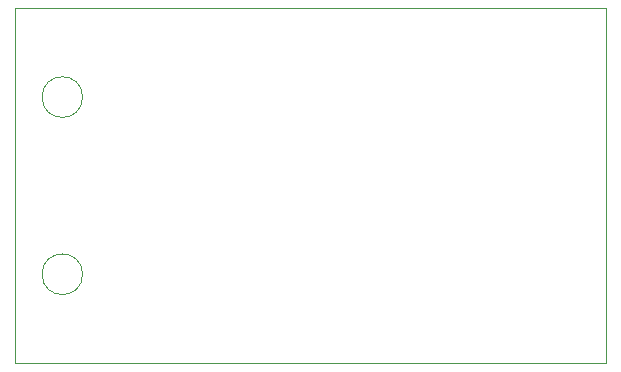
<source format=gbr>
G04 #@! TF.GenerationSoftware,KiCad,Pcbnew,(5.1.5-0-10_14)*
G04 #@! TF.CreationDate,2020-09-29T12:48:30-04:00*
G04 #@! TF.ProjectId,ESLO_RB_DEBUG,45534c4f-5f52-4425-9f44-454255472e6b,rev?*
G04 #@! TF.SameCoordinates,Original*
G04 #@! TF.FileFunction,Profile,NP*
%FSLAX46Y46*%
G04 Gerber Fmt 4.6, Leading zero omitted, Abs format (unit mm)*
G04 Created by KiCad (PCBNEW (5.1.5-0-10_14)) date 2020-09-29 12:48:30*
%MOMM*%
%LPD*%
G04 APERTURE LIST*
%ADD10C,0.050000*%
G04 APERTURE END LIST*
D10*
X127720000Y-94500000D02*
G75*
G03X127720000Y-94500000I-1720000J0D01*
G01*
X127720000Y-79500000D02*
G75*
G03X127720000Y-79500000I-1720000J0D01*
G01*
X172000000Y-72000000D02*
X122000000Y-72000000D01*
X172000000Y-102000000D02*
X172000000Y-72000000D01*
X122000000Y-102000000D02*
X172000000Y-102000000D01*
X122000000Y-72000000D02*
X122000000Y-102000000D01*
M02*

</source>
